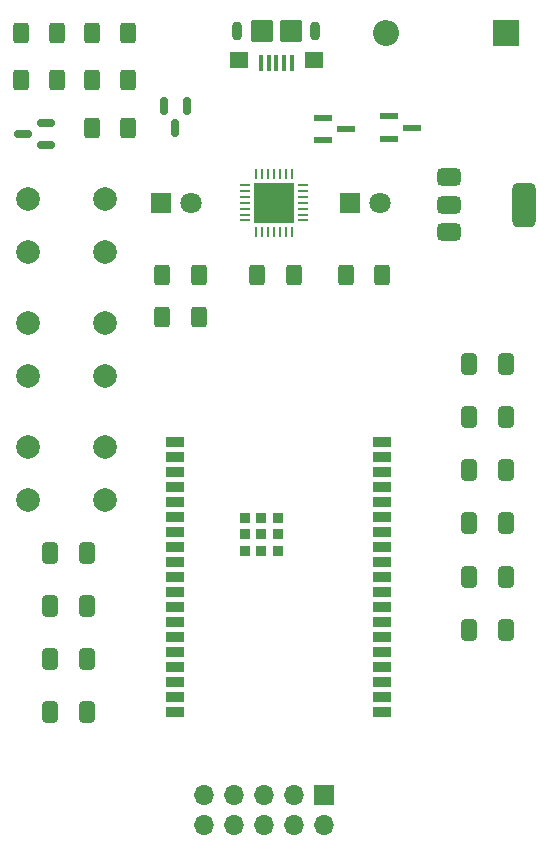
<source format=gbr>
%TF.GenerationSoftware,KiCad,Pcbnew,9.0.0*%
%TF.CreationDate,2025-03-28T11:35:54-04:00*%
%TF.ProjectId,Compute Node,436f6d70-7574-4652-904e-6f64652e6b69,rev?*%
%TF.SameCoordinates,Original*%
%TF.FileFunction,Soldermask,Top*%
%TF.FilePolarity,Negative*%
%FSLAX46Y46*%
G04 Gerber Fmt 4.6, Leading zero omitted, Abs format (unit mm)*
G04 Created by KiCad (PCBNEW 9.0.0) date 2025-03-28 11:35:54*
%MOMM*%
%LPD*%
G01*
G04 APERTURE LIST*
G04 Aperture macros list*
%AMRoundRect*
0 Rectangle with rounded corners*
0 $1 Rounding radius*
0 $2 $3 $4 $5 $6 $7 $8 $9 X,Y pos of 4 corners*
0 Add a 4 corners polygon primitive as box body*
4,1,4,$2,$3,$4,$5,$6,$7,$8,$9,$2,$3,0*
0 Add four circle primitives for the rounded corners*
1,1,$1+$1,$2,$3*
1,1,$1+$1,$4,$5*
1,1,$1+$1,$6,$7*
1,1,$1+$1,$8,$9*
0 Add four rect primitives between the rounded corners*
20,1,$1+$1,$2,$3,$4,$5,0*
20,1,$1+$1,$4,$5,$6,$7,0*
20,1,$1+$1,$6,$7,$8,$9,0*
20,1,$1+$1,$8,$9,$2,$3,0*%
G04 Aperture macros list end*
%ADD10R,1.700000X1.700000*%
%ADD11O,1.700000X1.700000*%
%ADD12RoundRect,0.250000X-0.412500X-0.650000X0.412500X-0.650000X0.412500X0.650000X-0.412500X0.650000X0*%
%ADD13C,2.000000*%
%ADD14RoundRect,0.250000X-0.400000X-0.625000X0.400000X-0.625000X0.400000X0.625000X-0.400000X0.625000X0*%
%ADD15RoundRect,0.250000X0.400000X0.625000X-0.400000X0.625000X-0.400000X-0.625000X0.400000X-0.625000X0*%
%ADD16RoundRect,0.100000X0.100000X0.575000X-0.100000X0.575000X-0.100000X-0.575000X0.100000X-0.575000X0*%
%ADD17O,0.900000X1.600000*%
%ADD18RoundRect,0.250000X0.550000X0.450000X-0.550000X0.450000X-0.550000X-0.450000X0.550000X-0.450000X0*%
%ADD19RoundRect,0.250000X0.700000X0.700000X-0.700000X0.700000X-0.700000X-0.700000X0.700000X-0.700000X0*%
%ADD20RoundRect,0.250000X0.412500X0.650000X-0.412500X0.650000X-0.412500X-0.650000X0.412500X-0.650000X0*%
%ADD21RoundRect,0.150000X0.587500X0.150000X-0.587500X0.150000X-0.587500X-0.150000X0.587500X-0.150000X0*%
%ADD22R,1.625600X0.609600*%
%ADD23R,2.200000X2.200000*%
%ADD24O,2.200000X2.200000*%
%ADD25RoundRect,0.062500X-0.062500X0.337500X-0.062500X-0.337500X0.062500X-0.337500X0.062500X0.337500X0*%
%ADD26RoundRect,0.062500X-0.337500X0.062500X-0.337500X-0.062500X0.337500X-0.062500X0.337500X0.062500X0*%
%ADD27R,3.350000X3.350000*%
%ADD28R,1.500000X0.900000*%
%ADD29R,0.900000X0.900000*%
%ADD30RoundRect,0.375000X-0.625000X-0.375000X0.625000X-0.375000X0.625000X0.375000X-0.625000X0.375000X0*%
%ADD31RoundRect,0.500000X-0.500000X-1.400000X0.500000X-1.400000X0.500000X1.400000X-0.500000X1.400000X0*%
%ADD32R,1.800000X1.800000*%
%ADD33C,1.800000*%
%ADD34RoundRect,0.150000X-0.150000X0.587500X-0.150000X-0.587500X0.150000X-0.587500X0.150000X0.587500X0*%
G04 APERTURE END LIST*
D10*
%TO.C,J3*%
X63540000Y-81960000D03*
D11*
X63540000Y-84500000D03*
X61000000Y-81960000D03*
X61000000Y-84500000D03*
X58460000Y-81960000D03*
X58460000Y-84500000D03*
X55920000Y-81960000D03*
X55920000Y-84500000D03*
X53380000Y-81960000D03*
X53380000Y-84500000D03*
%TD*%
D12*
%TO.C,C9*%
X40375000Y-70500000D03*
X43500000Y-70500000D03*
%TD*%
D13*
%TO.C,SW2*%
X38500000Y-42000000D03*
X45000000Y-42000000D03*
X38500000Y-46500000D03*
X45000000Y-46500000D03*
%TD*%
D14*
%TO.C,R9*%
X49900000Y-38000000D03*
X53000000Y-38000000D03*
%TD*%
D15*
%TO.C,R2*%
X47000000Y-25500000D03*
X43900000Y-25500000D03*
%TD*%
D16*
%TO.C,J2*%
X60850000Y-20025000D03*
X60200000Y-20025000D03*
X59550000Y-20025000D03*
X58900000Y-20025000D03*
X58250000Y-20025000D03*
D17*
X62850000Y-17350000D03*
D18*
X62750000Y-19800000D03*
D19*
X60750000Y-17350000D03*
X58350000Y-17350000D03*
D18*
X56350000Y-19800000D03*
D17*
X56250000Y-17350000D03*
%TD*%
D12*
%TO.C,C10*%
X40375000Y-61500000D03*
X43500000Y-61500000D03*
%TD*%
D14*
%TO.C,R3*%
X43900000Y-21500000D03*
X47000000Y-21500000D03*
%TD*%
D20*
%TO.C,C5*%
X79000000Y-50000000D03*
X75875000Y-50000000D03*
%TD*%
D14*
%TO.C,R7*%
X57900000Y-38000000D03*
X61000000Y-38000000D03*
%TD*%
D20*
%TO.C,C2*%
X79000000Y-59000000D03*
X75875000Y-59000000D03*
%TD*%
D21*
%TO.C,Q1*%
X40000000Y-27000000D03*
X40000000Y-25100000D03*
X38125000Y-26050000D03*
%TD*%
D20*
%TO.C,C6*%
X79000000Y-45500000D03*
X75875000Y-45500000D03*
%TD*%
D13*
%TO.C,SW1*%
X38500000Y-31500000D03*
X45000000Y-31500000D03*
X38500000Y-36000000D03*
X45000000Y-36000000D03*
%TD*%
D22*
%TO.C,U5*%
X69105950Y-24547500D03*
X69105950Y-26452500D03*
X71000000Y-25500000D03*
%TD*%
D12*
%TO.C,C3*%
X40375000Y-66000000D03*
X43500000Y-66000000D03*
%TD*%
D23*
%TO.C,D2*%
X79000000Y-17500000D03*
D24*
X68840000Y-17500000D03*
%TD*%
D25*
%TO.C,U3*%
X60850000Y-29400000D03*
X60350000Y-29400000D03*
X59850000Y-29400000D03*
X59350000Y-29400000D03*
X58850000Y-29400000D03*
X58350000Y-29400000D03*
X57850000Y-29400000D03*
D26*
X56900000Y-30350000D03*
X56900000Y-30850000D03*
X56900000Y-31350000D03*
X56900000Y-31850000D03*
X56900000Y-32350000D03*
X56900000Y-32850000D03*
X56900000Y-33350000D03*
D25*
X57850000Y-34300000D03*
X58350000Y-34300000D03*
X58850000Y-34300000D03*
X59350000Y-34300000D03*
X59850000Y-34300000D03*
X60350000Y-34300000D03*
X60850000Y-34300000D03*
D26*
X61800000Y-33350000D03*
X61800000Y-32850000D03*
X61800000Y-32350000D03*
X61800000Y-31850000D03*
X61800000Y-31350000D03*
X61800000Y-30850000D03*
X61800000Y-30350000D03*
D27*
X59350000Y-31850000D03*
%TD*%
D20*
%TO.C,C7*%
X79000000Y-63500000D03*
X75875000Y-63500000D03*
%TD*%
D28*
%TO.C,U1*%
X51000000Y-52105000D03*
X51000000Y-53375000D03*
X51000000Y-54645000D03*
X51000000Y-55915000D03*
X51000000Y-57185000D03*
X51000000Y-58455000D03*
X51000000Y-59725000D03*
X51000000Y-60995000D03*
X51000000Y-62265000D03*
X51000000Y-63535000D03*
X51000000Y-64805000D03*
X51000000Y-66075000D03*
X51000000Y-67345000D03*
X51000000Y-68615000D03*
X51000000Y-69885000D03*
X51000000Y-71155000D03*
X51000000Y-72425000D03*
X51000000Y-73695000D03*
X51000000Y-74965000D03*
X68500000Y-74965000D03*
X68500000Y-73695000D03*
X68500000Y-72425000D03*
X68500000Y-71155000D03*
X68500000Y-69885000D03*
X68500000Y-68615000D03*
X68500000Y-67345000D03*
X68500000Y-66075000D03*
X68500000Y-64805000D03*
X68500000Y-63535000D03*
X68500000Y-62265000D03*
X68500000Y-60995000D03*
X68500000Y-59725000D03*
X68500000Y-58455000D03*
X68500000Y-57185000D03*
X68500000Y-55915000D03*
X68500000Y-54645000D03*
X68500000Y-53375000D03*
X68500000Y-52105000D03*
D29*
X56845000Y-58500000D03*
X56850000Y-59900000D03*
X56850000Y-61300000D03*
X58250000Y-58500000D03*
X58250000Y-59900000D03*
X58250000Y-61300000D03*
X59650000Y-58500000D03*
X59650000Y-59900000D03*
X59650000Y-61300000D03*
%TD*%
D20*
%TO.C,C1*%
X79000000Y-68000000D03*
X75875000Y-68000000D03*
%TD*%
D22*
%TO.C,U4*%
X63504000Y-24649450D03*
X63504000Y-26554450D03*
X65398050Y-25601950D03*
%TD*%
D30*
%TO.C,U2*%
X74200000Y-29700000D03*
X74200000Y-32000000D03*
D31*
X80500000Y-32000000D03*
D30*
X74200000Y-34300000D03*
%TD*%
D15*
%TO.C,R8*%
X41000000Y-21500000D03*
X37900000Y-21500000D03*
%TD*%
D14*
%TO.C,R6*%
X49900000Y-41500000D03*
X53000000Y-41500000D03*
%TD*%
D12*
%TO.C,C4*%
X40375000Y-75000000D03*
X43500000Y-75000000D03*
%TD*%
D14*
%TO.C,R5*%
X37900000Y-17500000D03*
X41000000Y-17500000D03*
%TD*%
D13*
%TO.C,SW3*%
X38500000Y-52500000D03*
X45000000Y-52500000D03*
X38500000Y-57000000D03*
X45000000Y-57000000D03*
%TD*%
D32*
%TO.C,D3*%
X49810000Y-31850000D03*
D33*
X52350000Y-31850000D03*
%TD*%
D34*
%TO.C,Q2*%
X51950000Y-23625000D03*
X50050000Y-23625000D03*
X51000000Y-25500000D03*
%TD*%
D20*
%TO.C,C8*%
X79000000Y-54500000D03*
X75875000Y-54500000D03*
%TD*%
D15*
%TO.C,R4*%
X47000000Y-17500000D03*
X43900000Y-17500000D03*
%TD*%
D32*
%TO.C,D1*%
X65810000Y-31850000D03*
D33*
X68350000Y-31850000D03*
%TD*%
D15*
%TO.C,R1*%
X68500000Y-38000000D03*
X65400000Y-38000000D03*
%TD*%
M02*

</source>
